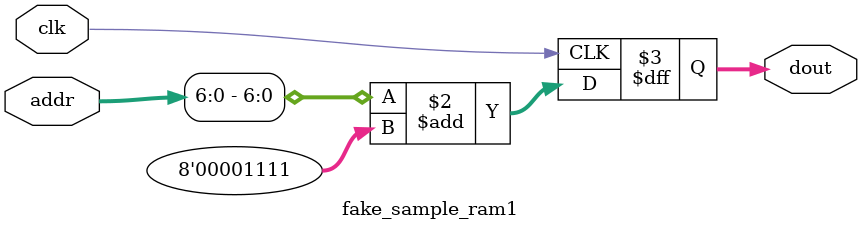
<source format=v>
/*
 * A simple fake RAM that you can use to aid in debugging your wave display.
 */
module fake_sample_ram1 (
    input clk,
    input [8:0] addr,
    output reg [7:0] dout
);

    always @(posedge clk)
        dout = addr[6:0] + 8'd15;

endmodule

</source>
